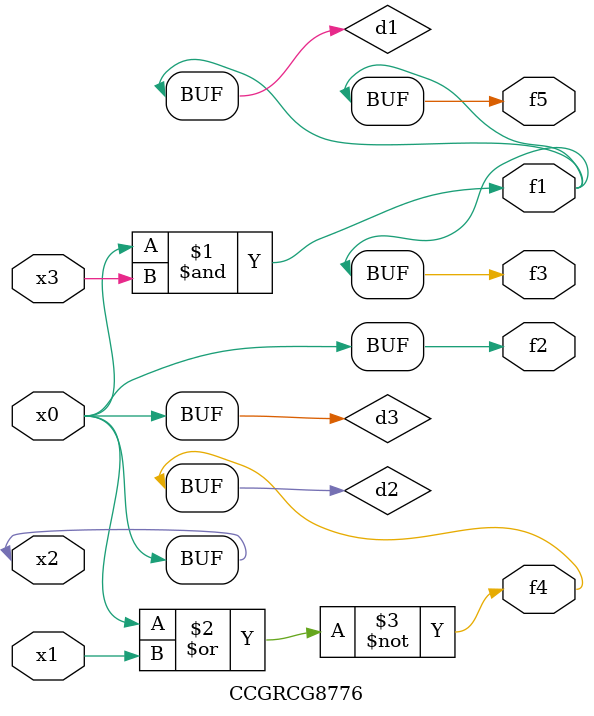
<source format=v>
module CCGRCG8776(
	input x0, x1, x2, x3,
	output f1, f2, f3, f4, f5
);

	wire d1, d2, d3;

	and (d1, x2, x3);
	nor (d2, x0, x1);
	buf (d3, x0, x2);
	assign f1 = d1;
	assign f2 = d3;
	assign f3 = d1;
	assign f4 = d2;
	assign f5 = d1;
endmodule

</source>
